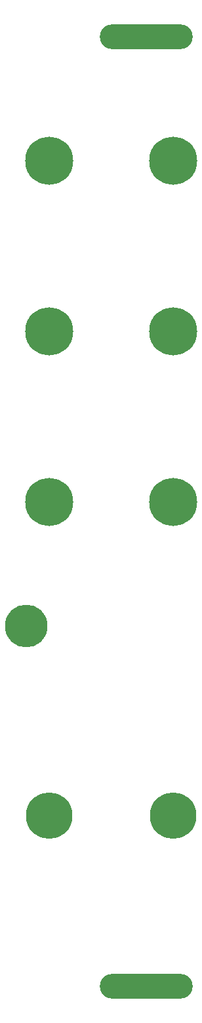
<source format=gts>
%TF.GenerationSoftware,KiCad,Pcbnew,(6.0.1)*%
%TF.CreationDate,2022-10-12T15:42:49-04:00*%
%TF.ProjectId,SYNTH-VCO_PANEL-03,53594e54-482d-4564-934f-5f50414e454c,1*%
%TF.SameCoordinates,Original*%
%TF.FileFunction,Soldermask,Top*%
%TF.FilePolarity,Negative*%
%FSLAX46Y46*%
G04 Gerber Fmt 4.6, Leading zero omitted, Abs format (unit mm)*
G04 Created by KiCad (PCBNEW (6.0.1)) date 2022-10-12 15:42:49*
%MOMM*%
%LPD*%
G01*
G04 APERTURE LIST*
%ADD10O,12.000000X3.200000*%
%ADD11C,5.000000*%
%ADD12C,6.200000*%
%ADD13C,6.000000*%
%ADD14C,5.500000*%
G04 APERTURE END LIST*
D10*
%TO.C,*%
X187654000Y-50100000D03*
X187654000Y-50100000D03*
X187654000Y-50100000D03*
%TD*%
D11*
%TO.C,*%
X175154000Y-66100000D03*
D12*
X175154000Y-66100000D03*
%TD*%
D11*
%TO.C,*%
X191154000Y-66100000D03*
D12*
X191154000Y-66100000D03*
%TD*%
D11*
%TO.C,*%
X191154000Y-110100000D03*
D12*
X191154000Y-110100000D03*
%TD*%
D13*
%TO.C,*%
X191154000Y-150600000D03*
D11*
X191154000Y-150600000D03*
%TD*%
%TO.C,*%
X175154000Y-88100000D03*
D12*
X175154000Y-88100000D03*
%TD*%
D13*
%TO.C,*%
X175154000Y-150600000D03*
D11*
X175154000Y-150600000D03*
%TD*%
%TO.C,*%
X191154000Y-88100000D03*
D12*
X191154000Y-88100000D03*
%TD*%
D10*
%TO.C,*%
X187654000Y-172600000D03*
X187654000Y-172600000D03*
X187654000Y-172600000D03*
%TD*%
D12*
%TO.C,*%
X175154000Y-110100000D03*
D11*
X175154000Y-110100000D03*
%TD*%
D14*
%TO.C,*%
X172154000Y-126100000D03*
X172154000Y-126100000D03*
%TD*%
M02*

</source>
